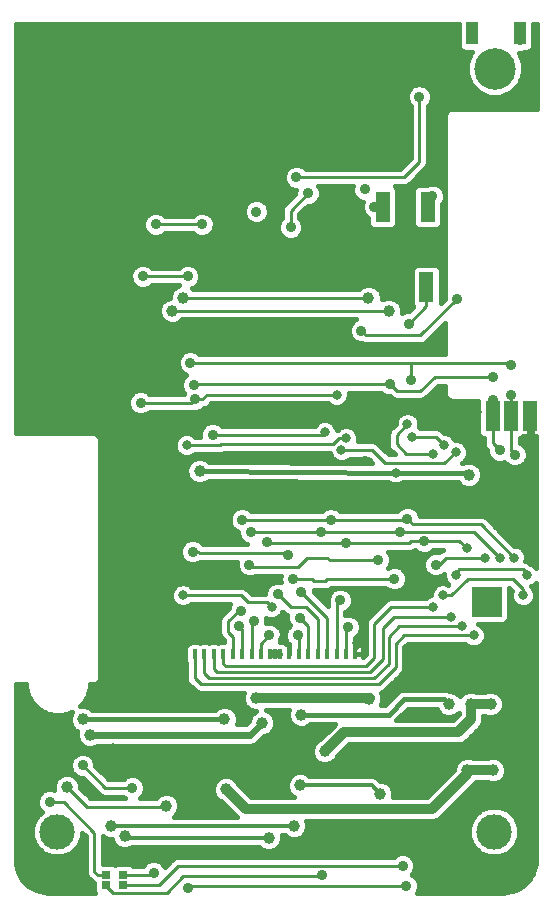
<source format=gbl>
G75*
G70*
%OFA0B0*%
%FSLAX24Y24*%
%IPPOS*%
%LPD*%
%AMOC8*
5,1,8,0,0,1.08239X$1,22.5*
%
%ADD10R,0.0400X0.0780*%
%ADD11R,0.0500X0.1000*%
%ADD12R,0.0413X0.0413*%
%ADD13R,0.0984X0.0984*%
%ADD14R,0.0315X0.0256*%
%ADD15R,0.0160X0.0320*%
%ADD16C,0.0396*%
%ADD17C,0.0240*%
%ADD18C,0.0357*%
%ADD19C,0.0100*%
%ADD20C,0.0320*%
%ADD21C,0.0160*%
%ADD22C,0.0120*%
%ADD23C,0.0317*%
%ADD24C,0.1181*%
%ADD25C,0.1384*%
D10*
X029042Y036602D03*
X030617Y036602D03*
D11*
X027546Y030815D03*
X026050Y030815D03*
X027507Y028138D03*
X029711Y023846D03*
X030341Y023846D03*
X030971Y023846D03*
D12*
X029721Y017833D03*
X029308Y017833D03*
X029308Y017419D03*
X029721Y017419D03*
D13*
X029514Y017626D03*
D14*
X017408Y008541D03*
X017408Y008207D03*
X016818Y008207D03*
X016818Y008541D03*
D15*
X019790Y015894D03*
X020105Y015894D03*
X020420Y015894D03*
X020735Y015894D03*
X021050Y015894D03*
X021365Y015894D03*
X021680Y015894D03*
X021995Y015894D03*
X022310Y015894D03*
X022625Y015894D03*
X022940Y015894D03*
X023255Y015894D03*
X023570Y015894D03*
X023885Y015894D03*
X024199Y015894D03*
X024514Y015894D03*
X024829Y015894D03*
X025144Y015894D03*
D16*
X025223Y016287D03*
X025597Y014417D03*
X025656Y012783D03*
X026089Y012783D03*
X027113Y013886D03*
X027546Y013886D03*
X028255Y014240D03*
X028176Y014988D03*
X028987Y014240D03*
X029656Y014240D03*
X029644Y013531D03*
X029647Y012823D03*
X029003Y012823D03*
X028869Y012035D03*
X029736Y012035D03*
X029908Y011091D03*
X029121Y011091D03*
X028412Y010382D03*
X025970Y011246D03*
X025144Y009437D03*
X024003Y009437D03*
X023097Y010185D03*
X022251Y009780D03*
X023294Y011524D03*
X023412Y012508D03*
X024121Y012665D03*
X023766Y013217D03*
X023333Y013886D03*
X022703Y013886D03*
X022034Y013610D03*
X022703Y013138D03*
X021837Y014437D03*
X020774Y013728D03*
X020499Y014358D03*
X019829Y014358D03*
X018375Y014418D03*
X017055Y012733D03*
X016286Y013217D03*
X016050Y013728D03*
X015527Y011478D03*
X016995Y010185D03*
X017448Y009840D03*
X017034Y009240D03*
X018839Y010848D03*
X019790Y010657D03*
X020826Y011403D03*
X020341Y012311D03*
X018688Y012390D03*
X020262Y009280D03*
X014081Y010146D03*
X014081Y010618D03*
X017310Y016327D03*
X017270Y018689D03*
X017270Y021051D03*
X017270Y022272D03*
X019948Y021996D03*
X023476Y020960D03*
X024750Y020938D03*
X025499Y024201D03*
X027979Y023965D03*
X029160Y023965D03*
X028924Y021878D03*
X030341Y021248D03*
X030932Y020264D03*
X029783Y016114D03*
X021759Y018059D03*
X014357Y024083D03*
X014199Y027272D03*
X019042Y027350D03*
X019396Y027783D03*
X022419Y028431D03*
X022958Y026849D03*
X022407Y026131D03*
X024506Y026935D03*
X025577Y027783D03*
X026247Y027350D03*
X025608Y029140D03*
X022113Y031548D03*
X021798Y033059D03*
X019703Y032211D03*
X017388Y033689D03*
X017388Y034752D03*
X017428Y036012D03*
X016050Y036012D03*
X016050Y034791D03*
X016050Y033689D03*
X019239Y034752D03*
X019239Y036012D03*
X020892Y036720D03*
X022152Y036602D03*
X022900Y036130D03*
X022743Y035343D03*
X021719Y035343D03*
X023727Y035343D03*
X023727Y036130D03*
X026247Y036406D03*
X026640Y035224D03*
D17*
X022034Y013610D02*
X021640Y013217D01*
X016286Y013217D01*
D18*
X016050Y012193D03*
X014948Y010972D03*
X017703Y011445D03*
X018412Y008610D03*
X019554Y008098D03*
X024042Y008531D03*
X026719Y008846D03*
X026837Y008177D03*
X022467Y015894D03*
X022743Y016366D03*
X023215Y016524D03*
X023294Y017114D03*
X023333Y017980D03*
X023058Y018413D03*
X022546Y017902D03*
X021759Y016996D03*
X021247Y016839D03*
X021325Y017350D03*
X022270Y016524D03*
X021601Y018886D03*
X022192Y019634D03*
X021660Y019969D03*
X021365Y020382D03*
X022900Y019201D03*
X024003Y019988D03*
X024318Y020382D03*
X024829Y019594D03*
X025892Y019043D03*
X026444Y018413D03*
X027822Y018886D03*
X027428Y019673D03*
X026877Y020421D03*
X026640Y019988D03*
X024633Y017705D03*
X024908Y016799D03*
X019711Y019319D03*
X020381Y023217D03*
X019790Y024398D03*
X019751Y024870D03*
X019633Y025618D03*
X018018Y026484D03*
X018058Y028492D03*
X019554Y028492D03*
X020026Y030224D03*
X018491Y030224D03*
X021837Y030657D03*
X022983Y030139D03*
X023562Y031265D03*
X023176Y031799D03*
X025459Y031406D03*
X025774Y030815D03*
X027703Y031169D03*
X027270Y034476D03*
X029042Y036602D03*
X030617Y036366D03*
X028530Y027744D03*
X026916Y026917D03*
X025341Y026681D03*
X026286Y024909D03*
X026995Y025028D03*
X029711Y025146D03*
X030341Y025539D03*
X030341Y024555D03*
X029711Y024358D03*
X029948Y022705D03*
X030459Y022547D03*
X023255Y022508D03*
X017979Y024280D03*
D19*
X019672Y024280D01*
X019790Y024398D01*
X020026Y024398D01*
X020184Y024555D01*
X024514Y024555D01*
X024121Y023295D02*
X024042Y023217D01*
X020381Y023217D01*
X020656Y022902D02*
X020617Y022862D01*
X019514Y022862D01*
X020656Y022902D02*
X024396Y022902D01*
X024593Y023098D01*
X024829Y023098D01*
X024672Y022705D02*
X025696Y022705D01*
X026129Y022272D01*
X028097Y022272D01*
X028491Y022626D01*
X028097Y022862D02*
X027822Y023138D01*
X027034Y023138D01*
X026877Y023571D02*
X026522Y023217D01*
X026522Y022902D01*
X026837Y022587D01*
X027743Y022587D01*
X028491Y021957D02*
X028530Y021957D01*
X029711Y022941D02*
X029948Y022705D01*
X029711Y022941D02*
X029711Y023846D01*
X029711Y024358D01*
X030341Y024555D02*
X030341Y023846D01*
X030341Y022665D01*
X030459Y022547D01*
X030420Y022508D01*
X029318Y020224D02*
X030420Y019122D01*
X029948Y019122D02*
X029081Y019988D01*
X026640Y019988D01*
X024003Y019988D01*
X024160Y019988D01*
X024003Y019988D02*
X021680Y019988D01*
X021660Y019969D01*
X021365Y020382D02*
X024318Y020382D01*
X026837Y020382D01*
X026877Y020421D01*
X027073Y020224D01*
X029318Y020224D01*
X028609Y019673D02*
X028845Y019437D01*
X028609Y019673D02*
X027428Y019673D01*
X026995Y019673D01*
X026916Y019594D01*
X024829Y019594D01*
X022231Y019594D01*
X022192Y019634D01*
X022822Y019280D02*
X019948Y019280D01*
X019908Y019319D01*
X019711Y019319D01*
X019396Y017862D02*
X021325Y017862D01*
X021562Y017626D01*
X022192Y017626D01*
X022349Y017469D01*
X022546Y017902D02*
X022979Y017469D01*
X023491Y017469D01*
X023885Y017075D01*
X023885Y015894D01*
X024199Y015894D02*
X024199Y017114D01*
X023333Y017980D01*
X023058Y018413D02*
X023688Y018413D01*
X023766Y018335D01*
X024121Y018335D01*
X024199Y018413D01*
X026444Y018413D01*
X025892Y019043D02*
X024278Y019043D01*
X024199Y019122D01*
X023530Y019122D01*
X023215Y018807D01*
X021680Y018807D01*
X021601Y018886D01*
X022822Y019280D02*
X022900Y019201D01*
X024514Y017587D02*
X024633Y017705D01*
X024514Y017587D02*
X024514Y015894D01*
X024829Y015894D02*
X024829Y016720D01*
X024908Y016799D01*
X025774Y016917D02*
X025774Y015776D01*
X025499Y015500D01*
X020814Y015500D01*
X020735Y015579D01*
X020735Y015894D01*
X021050Y015894D02*
X021050Y016484D01*
X020892Y016642D01*
X020892Y016996D01*
X021247Y017350D01*
X021325Y017350D01*
X021247Y016839D02*
X021365Y016720D01*
X021365Y015894D01*
X021680Y015894D02*
X021680Y016917D01*
X021759Y016996D01*
X022270Y016524D02*
X021995Y016248D01*
X021995Y015894D01*
X023215Y016524D02*
X023255Y016445D01*
X023255Y015894D01*
X023570Y015894D02*
X023570Y016839D01*
X023294Y017114D01*
X025774Y016917D02*
X026325Y017469D01*
X027743Y017469D01*
X028058Y017862D02*
X028333Y017862D01*
X028885Y018413D01*
X030381Y018413D01*
X030735Y018059D01*
X030735Y017862D01*
X030735Y017980D01*
X030853Y018531D02*
X030853Y018610D01*
X030735Y018728D01*
X028609Y018728D01*
X028491Y018610D01*
X028491Y018531D01*
X027940Y018886D02*
X028176Y019122D01*
X029475Y019122D01*
X027940Y018886D02*
X027822Y018886D01*
X026916Y020382D02*
X026877Y020421D01*
X025499Y022350D02*
X025381Y022469D01*
X026522Y024673D02*
X027310Y024673D01*
X027782Y025146D01*
X029711Y025146D01*
X030262Y025618D02*
X030341Y025539D01*
X030262Y025618D02*
X026995Y025618D01*
X026995Y025028D01*
X026995Y025618D02*
X019633Y025618D01*
X019790Y024909D02*
X019751Y024870D01*
X019790Y024909D02*
X026286Y024909D01*
X026522Y024673D01*
X027310Y026524D02*
X025499Y026524D01*
X025341Y026681D01*
X026247Y027350D02*
X019042Y027350D01*
X019396Y027783D02*
X025577Y027783D01*
X026916Y026917D02*
X027507Y027508D01*
X027507Y028138D01*
X028530Y027744D02*
X027310Y026524D01*
X027546Y030815D02*
X027703Y031169D01*
X026759Y031799D02*
X027270Y032311D01*
X027270Y034476D01*
X029042Y036406D02*
X029042Y036602D01*
X029042Y036602D01*
X030617Y036602D02*
X030617Y036366D01*
X026759Y031799D02*
X023176Y031799D01*
X023562Y031265D02*
X022983Y030686D01*
X022983Y030139D01*
X025774Y030815D02*
X026050Y030815D01*
X020026Y030224D02*
X018491Y030224D01*
X018058Y028492D02*
X019554Y028492D01*
X020026Y024398D02*
X020066Y024398D01*
X026444Y017154D02*
X026050Y016760D01*
X026050Y015736D01*
X025617Y015303D01*
X020538Y015303D01*
X020420Y015421D01*
X020420Y015894D01*
X020105Y015894D02*
X020105Y015264D01*
X020262Y015106D01*
X025774Y015106D01*
X026247Y015579D01*
X026247Y016484D01*
X026601Y016839D01*
X028688Y016839D01*
X028333Y017154D02*
X026444Y017154D01*
X026759Y016524D02*
X026483Y016248D01*
X026483Y015461D01*
X025932Y014909D01*
X019987Y014909D01*
X019790Y015106D01*
X019790Y015894D01*
X017703Y011445D02*
X016798Y011445D01*
X016050Y012193D01*
X015527Y011478D02*
X016196Y010808D01*
X018800Y010808D01*
X019239Y008846D02*
X018609Y008217D01*
X017408Y008207D01*
X017408Y008541D02*
X018343Y008541D01*
X018412Y008610D01*
X018845Y007941D02*
X017073Y007941D01*
X016798Y008217D01*
X016818Y008207D01*
X016808Y008531D02*
X016818Y008541D01*
X016808Y008531D02*
X016562Y008531D01*
X016444Y008650D01*
X016444Y009949D01*
X015420Y010972D01*
X014948Y010972D01*
X018845Y007941D02*
X019396Y008492D01*
X024003Y008492D01*
X024042Y008531D01*
X026719Y008846D02*
X019239Y008846D01*
X019633Y008177D02*
X019554Y008098D01*
X019633Y008177D02*
X026837Y008177D01*
X026759Y016524D02*
X029081Y016524D01*
D20*
X028987Y014240D02*
X028987Y013728D01*
X028554Y013295D01*
X024751Y013295D01*
X024121Y012665D01*
X025597Y014417D02*
X025617Y014437D01*
X021837Y014437D01*
X020826Y011403D02*
X021492Y010736D01*
X027688Y010736D01*
X028869Y011917D01*
X028869Y012035D01*
X029736Y012035D01*
X029656Y014240D02*
X028987Y014240D01*
D21*
X014040Y008377D02*
X013897Y008624D01*
X013823Y008900D01*
X013813Y009043D01*
X013813Y014906D01*
X014153Y014906D01*
X014153Y014808D01*
X014226Y014536D01*
X014366Y014291D01*
X014566Y014092D01*
X014810Y013951D01*
X015082Y013878D01*
X015364Y013878D01*
X015636Y013951D01*
X015678Y013975D01*
X015612Y013815D01*
X015612Y013641D01*
X015678Y013480D01*
X015802Y013357D01*
X015860Y013333D01*
X015848Y013304D01*
X015848Y013129D01*
X015915Y012968D01*
X016038Y012845D01*
X016199Y012778D01*
X016373Y012778D01*
X016534Y012845D01*
X016546Y012857D01*
X021712Y012857D01*
X021844Y012911D01*
X022105Y013172D01*
X022121Y013172D01*
X022282Y013239D01*
X022406Y013362D01*
X022472Y013523D01*
X022472Y013697D01*
X022406Y013858D01*
X022282Y013982D01*
X022149Y014037D01*
X022922Y014037D01*
X022895Y013973D01*
X022895Y013799D01*
X022962Y013638D01*
X023085Y013514D01*
X023246Y013448D01*
X023420Y013448D01*
X023582Y013514D01*
X023633Y013566D01*
X024456Y013566D01*
X024412Y013522D01*
X023965Y013075D01*
X023873Y013037D01*
X023749Y012914D01*
X023683Y012753D01*
X023683Y012578D01*
X023749Y012417D01*
X023873Y012294D01*
X024034Y012227D01*
X024208Y012227D01*
X024369Y012294D01*
X024492Y012417D01*
X024530Y012509D01*
X024916Y012895D01*
X028633Y012895D01*
X028780Y012956D01*
X029214Y013389D01*
X029326Y013502D01*
X029387Y013649D01*
X029387Y013840D01*
X029477Y013840D01*
X029569Y013802D01*
X029743Y013802D01*
X029904Y013869D01*
X030028Y013992D01*
X030094Y014153D01*
X030094Y014327D01*
X030028Y014488D01*
X029904Y014612D01*
X029743Y014678D01*
X029569Y014678D01*
X029477Y014640D01*
X029166Y014640D01*
X029074Y014678D01*
X028900Y014678D01*
X028739Y014612D01*
X028621Y014494D01*
X028503Y014612D01*
X028342Y014678D01*
X028256Y014678D01*
X028161Y014718D01*
X026695Y014718D01*
X026577Y014669D01*
X026487Y014579D01*
X026114Y014206D01*
X025984Y014206D01*
X026035Y014330D01*
X026035Y014504D01*
X025988Y014619D01*
X025989Y014619D01*
X026096Y014664D01*
X026647Y015215D01*
X026729Y015296D01*
X026773Y015403D01*
X026773Y016128D01*
X026879Y016234D01*
X028807Y016234D01*
X028855Y016186D01*
X026831Y016186D01*
X026773Y016028D02*
X031160Y016028D01*
X031160Y016186D02*
X029308Y016186D01*
X029307Y016186D02*
X029419Y016298D01*
X029480Y016444D01*
X029480Y016603D01*
X029419Y016749D01*
X029307Y016862D01*
X029229Y016894D01*
X030054Y016894D01*
X030143Y016930D01*
X030210Y016998D01*
X030247Y017086D01*
X030247Y018123D01*
X030260Y018123D01*
X030367Y018017D01*
X030336Y017942D01*
X030336Y017783D01*
X030397Y017636D01*
X030509Y017524D01*
X030656Y017463D01*
X030814Y017463D01*
X030961Y017524D01*
X031073Y017636D01*
X031134Y017783D01*
X031134Y017942D01*
X031073Y018088D01*
X031160Y018088D01*
X031073Y018088D02*
X031011Y018150D01*
X031006Y018163D01*
X031079Y018193D01*
X031160Y018275D01*
X031160Y009043D01*
X031151Y008900D01*
X031077Y008624D01*
X030934Y008377D01*
X030732Y008175D01*
X030485Y008032D01*
X030209Y007958D01*
X030066Y007949D01*
X027195Y007949D01*
X027256Y008094D01*
X027256Y008260D01*
X027192Y008414D01*
X027074Y008532D01*
X027019Y008555D01*
X027074Y008609D01*
X027138Y008763D01*
X027138Y008930D01*
X027074Y009083D01*
X026956Y009201D01*
X026802Y009265D01*
X026636Y009265D01*
X026482Y009201D01*
X026417Y009136D01*
X019181Y009136D01*
X019075Y009092D01*
X018785Y008803D01*
X018767Y008847D01*
X018649Y008965D01*
X018495Y009029D01*
X018329Y009029D01*
X018175Y008965D01*
X018057Y008847D01*
X018051Y008831D01*
X017743Y008831D01*
X017702Y008873D01*
X017613Y008909D01*
X017203Y008909D01*
X017115Y008873D01*
X017113Y008871D01*
X017111Y008873D01*
X017023Y008909D01*
X016734Y008909D01*
X016734Y009827D01*
X016747Y009814D01*
X016908Y009747D01*
X017013Y009747D01*
X017077Y009592D01*
X017200Y009469D01*
X017361Y009402D01*
X017536Y009402D01*
X017697Y009469D01*
X017708Y009480D01*
X021931Y009480D01*
X022003Y009409D01*
X022164Y009342D01*
X022338Y009342D01*
X022499Y009409D01*
X022622Y009532D01*
X022689Y009693D01*
X022689Y009867D01*
X022682Y009885D01*
X022778Y009885D01*
X022849Y009814D01*
X023010Y009747D01*
X023184Y009747D01*
X023345Y009814D01*
X023469Y009937D01*
X023535Y010098D01*
X023535Y010272D01*
X023509Y010336D01*
X027768Y010336D01*
X027915Y010397D01*
X029096Y011578D01*
X029153Y011635D01*
X029556Y011635D01*
X029648Y011597D01*
X029823Y011597D01*
X029984Y011664D01*
X030107Y011787D01*
X030174Y011948D01*
X030174Y012123D01*
X030107Y012284D01*
X029984Y012407D01*
X029823Y012474D01*
X029648Y012474D01*
X029556Y012435D01*
X029049Y012435D01*
X028957Y012474D01*
X028782Y012474D01*
X028621Y012407D01*
X028498Y012284D01*
X028431Y012123D01*
X028431Y012045D01*
X027523Y011136D01*
X026399Y011136D01*
X026408Y011159D01*
X026408Y011333D01*
X026341Y011494D01*
X026218Y011618D01*
X026057Y011684D01*
X025956Y011684D01*
X025857Y011783D01*
X025747Y011829D01*
X023608Y011829D01*
X023542Y011895D01*
X023381Y011962D01*
X023207Y011962D01*
X023046Y011895D01*
X022923Y011772D01*
X022856Y011611D01*
X022856Y011436D01*
X022923Y011275D01*
X023046Y011152D01*
X023084Y011136D01*
X021658Y011136D01*
X021235Y011559D01*
X021197Y011651D01*
X021074Y011774D01*
X020913Y011841D01*
X020738Y011841D01*
X020577Y011774D01*
X020454Y011651D01*
X020387Y011490D01*
X020387Y011316D01*
X020454Y011155D01*
X020577Y011032D01*
X020669Y010994D01*
X021153Y010510D01*
X021178Y010485D01*
X019096Y010485D01*
X019210Y010600D01*
X019277Y010761D01*
X019277Y010935D01*
X019210Y011096D01*
X019087Y011219D01*
X018926Y011286D01*
X018752Y011286D01*
X018591Y011219D01*
X018470Y011098D01*
X017949Y011098D01*
X018058Y011208D01*
X018122Y011362D01*
X018122Y011528D01*
X018058Y011682D01*
X017940Y011800D01*
X017787Y011863D01*
X017620Y011863D01*
X017466Y011800D01*
X017402Y011735D01*
X016918Y011735D01*
X016468Y012185D01*
X016468Y012276D01*
X016405Y012430D01*
X016287Y012548D01*
X016133Y012611D01*
X015967Y012611D01*
X015813Y012548D01*
X015695Y012430D01*
X015631Y012276D01*
X015631Y012110D01*
X015695Y011956D01*
X015813Y011838D01*
X015967Y011774D01*
X016058Y011774D01*
X016634Y011199D01*
X016740Y011155D01*
X017402Y011155D01*
X017458Y011098D01*
X016316Y011098D01*
X015965Y011450D01*
X015965Y011565D01*
X015898Y011726D01*
X015775Y011849D01*
X015614Y011916D01*
X015440Y011916D01*
X015279Y011849D01*
X015155Y011726D01*
X015089Y011565D01*
X015089Y011391D01*
X015100Y011362D01*
X015031Y011391D01*
X014864Y011391D01*
X014710Y011327D01*
X014593Y011209D01*
X014529Y011056D01*
X014529Y010889D01*
X014593Y010735D01*
X014684Y010644D01*
X014499Y010459D01*
X014373Y010153D01*
X014373Y009823D01*
X014499Y009518D01*
X014733Y009284D01*
X015038Y009158D01*
X015369Y009158D01*
X015674Y009284D01*
X015908Y009518D01*
X016034Y009823D01*
X016034Y009948D01*
X016154Y009829D01*
X016154Y008592D01*
X016198Y008485D01*
X016316Y008367D01*
X016397Y008286D01*
X016420Y008276D01*
X016420Y008031D01*
X016454Y007949D01*
X014908Y007949D01*
X014765Y007958D01*
X014489Y008032D01*
X014242Y008175D01*
X014040Y008377D01*
X014015Y008420D02*
X016264Y008420D01*
X016159Y008578D02*
X013923Y008578D01*
X013867Y008737D02*
X016154Y008737D01*
X016154Y008895D02*
X013824Y008895D01*
X013813Y009054D02*
X016154Y009054D01*
X016154Y009212D02*
X015500Y009212D01*
X015760Y009371D02*
X016154Y009371D01*
X016154Y009529D02*
X015912Y009529D01*
X015978Y009688D02*
X016154Y009688D01*
X016136Y009846D02*
X016034Y009846D01*
X016734Y009688D02*
X017037Y009688D01*
X017140Y009529D02*
X016734Y009529D01*
X016734Y009371D02*
X022095Y009371D01*
X022407Y009371D02*
X029213Y009371D01*
X029300Y009284D02*
X029066Y009518D01*
X028940Y009823D01*
X028940Y010153D01*
X029066Y010459D01*
X029300Y010692D01*
X029605Y010819D01*
X029936Y010819D01*
X030241Y010692D01*
X030474Y010459D01*
X030601Y010153D01*
X030601Y009823D01*
X030474Y009518D01*
X030241Y009284D01*
X029936Y009158D01*
X029605Y009158D01*
X029300Y009284D01*
X029474Y009212D02*
X026930Y009212D01*
X027086Y009054D02*
X031160Y009054D01*
X031160Y009212D02*
X030067Y009212D01*
X030327Y009371D02*
X031160Y009371D01*
X031160Y009529D02*
X030479Y009529D01*
X030545Y009688D02*
X031160Y009688D01*
X031160Y009846D02*
X030601Y009846D01*
X030601Y010005D02*
X031160Y010005D01*
X031160Y010163D02*
X030597Y010163D01*
X030531Y010322D02*
X031160Y010322D01*
X031160Y010480D02*
X030453Y010480D01*
X030295Y010639D02*
X031160Y010639D01*
X031160Y010797D02*
X029988Y010797D01*
X029553Y010797D02*
X028315Y010797D01*
X028473Y010956D02*
X031160Y010956D01*
X031160Y011114D02*
X028632Y011114D01*
X028790Y011273D02*
X031160Y011273D01*
X031160Y011431D02*
X028949Y011431D01*
X029107Y011590D02*
X031160Y011590D01*
X031160Y011748D02*
X030068Y011748D01*
X030156Y011907D02*
X031160Y011907D01*
X031160Y012065D02*
X030174Y012065D01*
X030132Y012224D02*
X031160Y012224D01*
X031160Y012382D02*
X030009Y012382D01*
X029157Y013333D02*
X031160Y013333D01*
X031160Y013175D02*
X028999Y013175D01*
X028840Y013016D02*
X031160Y013016D01*
X031160Y012858D02*
X024879Y012858D01*
X024720Y012699D02*
X031160Y012699D01*
X031160Y012541D02*
X024562Y012541D01*
X024457Y012382D02*
X028596Y012382D01*
X028473Y012224D02*
X016468Y012224D01*
X016424Y012382D02*
X023784Y012382D01*
X023698Y012541D02*
X016294Y012541D01*
X016026Y012858D02*
X013813Y012858D01*
X013813Y013016D02*
X015895Y013016D01*
X015848Y013175D02*
X013813Y013175D01*
X013813Y013333D02*
X015859Y013333D01*
X015674Y013492D02*
X013813Y013492D01*
X013813Y013650D02*
X015612Y013650D01*
X015612Y013809D02*
X013813Y013809D01*
X013813Y013967D02*
X014783Y013967D01*
X014532Y014126D02*
X013813Y014126D01*
X013813Y014284D02*
X014374Y014284D01*
X014279Y014443D02*
X013813Y014443D01*
X013813Y014601D02*
X014208Y014601D01*
X014166Y014760D02*
X013813Y014760D01*
X015664Y013967D02*
X015675Y013967D01*
X015949Y014161D02*
X016080Y014291D01*
X016221Y014536D01*
X016294Y014808D01*
X016294Y014906D01*
X016452Y014906D01*
X016540Y014942D01*
X016608Y015010D01*
X016644Y015098D01*
X016644Y023067D01*
X016608Y023156D01*
X016540Y023223D01*
X016452Y023260D01*
X013813Y023260D01*
X013813Y036914D01*
X028602Y036914D01*
X028602Y036165D01*
X028638Y036076D01*
X028706Y036009D01*
X028794Y035972D01*
X029023Y035972D01*
X029000Y035949D01*
X028858Y035607D01*
X028858Y035236D01*
X029000Y034893D01*
X029262Y034631D01*
X029605Y034489D01*
X029975Y034489D01*
X030318Y034631D01*
X030580Y034893D01*
X030722Y035236D01*
X030722Y035607D01*
X030581Y035948D01*
X030700Y035948D01*
X030760Y035972D01*
X030865Y035972D01*
X030953Y036009D01*
X031020Y036076D01*
X031057Y036165D01*
X031057Y036914D01*
X031191Y036914D01*
X031184Y034086D01*
X028325Y034086D01*
X028237Y034050D01*
X028169Y033982D01*
X028133Y033894D01*
X028133Y027878D01*
X028112Y027827D01*
X028112Y027736D01*
X027997Y027621D01*
X027997Y028686D01*
X027960Y028774D01*
X027893Y028841D01*
X027804Y028878D01*
X027209Y028878D01*
X027121Y028841D01*
X027053Y028774D01*
X027017Y028686D01*
X027017Y027590D01*
X027053Y027502D01*
X027072Y027483D01*
X026924Y027336D01*
X026833Y027336D01*
X026685Y027274D01*
X026685Y027438D01*
X026618Y027599D01*
X026495Y027722D01*
X026334Y027789D01*
X026160Y027789D01*
X026016Y027729D01*
X026016Y027871D01*
X025949Y028032D01*
X025826Y028155D01*
X025665Y028222D01*
X025490Y028222D01*
X025329Y028155D01*
X025248Y028073D01*
X019726Y028073D01*
X019700Y028100D01*
X019791Y028137D01*
X019909Y028255D01*
X019972Y028409D01*
X019972Y028575D01*
X019909Y028729D01*
X019791Y028847D01*
X019637Y028911D01*
X019471Y028911D01*
X019317Y028847D01*
X019252Y028782D01*
X018359Y028782D01*
X018295Y028847D01*
X018141Y028911D01*
X017975Y028911D01*
X017821Y028847D01*
X017703Y028729D01*
X017639Y028575D01*
X017639Y028409D01*
X017703Y028255D01*
X017821Y028137D01*
X017975Y028074D01*
X018141Y028074D01*
X018295Y028137D01*
X018359Y028202D01*
X019252Y028202D01*
X019255Y028199D01*
X019148Y028155D01*
X019025Y028032D01*
X018958Y027871D01*
X018958Y027789D01*
X018955Y027789D01*
X018794Y027722D01*
X018671Y027599D01*
X018604Y027438D01*
X018604Y027263D01*
X018671Y027102D01*
X018794Y026979D01*
X018955Y026912D01*
X019129Y026912D01*
X019290Y026979D01*
X019372Y027060D01*
X025164Y027060D01*
X025104Y027036D01*
X024986Y026918D01*
X024923Y026764D01*
X024923Y026598D01*
X024986Y026444D01*
X025104Y026326D01*
X025258Y026263D01*
X025371Y026263D01*
X025441Y026234D01*
X027367Y026234D01*
X027474Y026278D01*
X027556Y026359D01*
X028133Y026936D01*
X028133Y025908D01*
X019934Y025908D01*
X019870Y025973D01*
X019716Y026037D01*
X019549Y026037D01*
X019396Y025973D01*
X019278Y025855D01*
X019214Y025701D01*
X019214Y025535D01*
X019278Y025381D01*
X019396Y025263D01*
X019506Y025217D01*
X019396Y025107D01*
X019332Y024953D01*
X019332Y024787D01*
X019396Y024633D01*
X019423Y024606D01*
X019408Y024570D01*
X018281Y024570D01*
X018216Y024634D01*
X018062Y024698D01*
X017896Y024698D01*
X017742Y024634D01*
X017624Y024517D01*
X017561Y024363D01*
X017561Y024196D01*
X017624Y024043D01*
X017742Y023925D01*
X017896Y023861D01*
X018062Y023861D01*
X018216Y023925D01*
X018281Y023990D01*
X019682Y023990D01*
X019707Y023979D01*
X019873Y023979D01*
X020027Y024043D01*
X020092Y024108D01*
X020123Y024108D01*
X020230Y024152D01*
X020311Y024233D01*
X020325Y024265D01*
X024241Y024265D01*
X024289Y024217D01*
X024435Y024156D01*
X024594Y024156D01*
X024740Y024217D01*
X024852Y024329D01*
X024913Y024476D01*
X024913Y024619D01*
X025984Y024619D01*
X026049Y024555D01*
X026203Y024491D01*
X026294Y024491D01*
X026358Y024427D01*
X026465Y024383D01*
X027367Y024383D01*
X027474Y024427D01*
X027556Y024509D01*
X027902Y024856D01*
X028133Y024856D01*
X028133Y024547D01*
X028169Y024459D01*
X028237Y024391D01*
X028325Y024354D01*
X029221Y024354D01*
X029221Y023299D01*
X029258Y023211D01*
X029325Y023143D01*
X029414Y023106D01*
X029421Y023106D01*
X029421Y022883D01*
X029465Y022777D01*
X029529Y022713D01*
X029529Y022621D01*
X029593Y022468D01*
X029710Y022350D01*
X029864Y022286D01*
X030031Y022286D01*
X030102Y022316D01*
X030105Y022310D01*
X030222Y022193D01*
X030376Y022129D01*
X030543Y022129D01*
X030696Y022193D01*
X030814Y022310D01*
X030878Y022464D01*
X030878Y022630D01*
X030814Y022784D01*
X030696Y022902D01*
X030631Y022929D01*
X030631Y023106D01*
X030639Y023106D01*
X030727Y023143D01*
X030751Y023166D01*
X030926Y023166D01*
X030926Y023801D01*
X031016Y023801D01*
X031016Y023166D01*
X031160Y023166D01*
X031160Y018788D01*
X031079Y018870D01*
X030951Y018923D01*
X030899Y018974D01*
X030806Y019013D01*
X030819Y019043D01*
X030819Y019201D01*
X030758Y019348D01*
X030646Y019460D01*
X030499Y019521D01*
X030431Y019521D01*
X029482Y020470D01*
X029375Y020514D01*
X027291Y020514D01*
X027231Y020658D01*
X027114Y020776D01*
X026960Y020840D01*
X026793Y020840D01*
X026640Y020776D01*
X026536Y020672D01*
X024619Y020672D01*
X024555Y020737D01*
X024401Y020800D01*
X024234Y020800D01*
X024081Y020737D01*
X024016Y020672D01*
X021667Y020672D01*
X021602Y020737D01*
X021448Y020800D01*
X021282Y020800D01*
X021128Y020737D01*
X021010Y020619D01*
X020946Y020465D01*
X020946Y020299D01*
X021010Y020145D01*
X021128Y020027D01*
X021242Y019980D01*
X021242Y019885D01*
X021305Y019731D01*
X021423Y019614D01*
X021530Y019570D01*
X020061Y019570D01*
X020046Y019576D01*
X019948Y019674D01*
X019795Y019737D01*
X019628Y019737D01*
X019474Y019674D01*
X019357Y019556D01*
X019293Y019402D01*
X019293Y019236D01*
X019357Y019082D01*
X019474Y018964D01*
X019628Y018900D01*
X019795Y018900D01*
X019948Y018964D01*
X019974Y018990D01*
X021191Y018990D01*
X021183Y018969D01*
X021183Y018803D01*
X021246Y018649D01*
X021364Y018531D01*
X021518Y018467D01*
X021684Y018467D01*
X021804Y018517D01*
X022648Y018517D01*
X022639Y018497D01*
X022639Y018330D01*
X022646Y018313D01*
X022629Y018320D01*
X022463Y018320D01*
X022309Y018256D01*
X022191Y018139D01*
X022128Y017985D01*
X022128Y017916D01*
X021682Y017916D01*
X021490Y018108D01*
X021383Y018152D01*
X019670Y018152D01*
X019622Y018200D01*
X019476Y018261D01*
X019317Y018261D01*
X019170Y018200D01*
X019058Y018088D01*
X016644Y018088D01*
X016644Y017930D02*
X018998Y017930D01*
X018998Y017942D02*
X018998Y017783D01*
X019058Y017636D01*
X019170Y017524D01*
X019317Y017463D01*
X019476Y017463D01*
X019622Y017524D01*
X019670Y017572D01*
X020964Y017572D01*
X020907Y017434D01*
X020907Y017421D01*
X020647Y017160D01*
X020602Y017054D01*
X020602Y016584D01*
X020647Y016477D01*
X020728Y016396D01*
X020760Y016364D01*
X020760Y016294D01*
X020607Y016294D01*
X020577Y016281D01*
X020548Y016294D01*
X020292Y016294D01*
X020262Y016281D01*
X020233Y016294D01*
X019977Y016294D01*
X019948Y016281D01*
X019918Y016294D01*
X019662Y016294D01*
X019574Y016257D01*
X019507Y016190D01*
X019470Y016101D01*
X019470Y015686D01*
X019500Y015614D01*
X019500Y015049D01*
X019544Y014942D01*
X019823Y014664D01*
X019929Y014619D01*
X021439Y014619D01*
X021399Y014524D01*
X021399Y014350D01*
X021466Y014189D01*
X021589Y014066D01*
X021750Y013999D01*
X021828Y013999D01*
X021786Y013982D01*
X021663Y013858D01*
X021596Y013697D01*
X021596Y013681D01*
X021491Y013577D01*
X021186Y013577D01*
X021212Y013641D01*
X021212Y013815D01*
X021146Y013977D01*
X021022Y014100D01*
X020861Y014166D01*
X020687Y014166D01*
X020526Y014100D01*
X020475Y014048D01*
X016349Y014048D01*
X016298Y014100D01*
X016137Y014166D01*
X015963Y014166D01*
X015949Y014161D01*
X016072Y014284D02*
X021426Y014284D01*
X021399Y014443D02*
X016167Y014443D01*
X016238Y014601D02*
X021431Y014601D01*
X021529Y014126D02*
X020960Y014126D01*
X021150Y013967D02*
X021771Y013967D01*
X021642Y013809D02*
X021212Y013809D01*
X021212Y013650D02*
X021565Y013650D01*
X022297Y013967D02*
X022895Y013967D01*
X022895Y013809D02*
X022426Y013809D01*
X022472Y013650D02*
X022957Y013650D01*
X023140Y013492D02*
X022459Y013492D01*
X022376Y013333D02*
X024223Y013333D01*
X024381Y013492D02*
X023526Y013492D01*
X023333Y013886D02*
X026247Y013886D01*
X026759Y014398D01*
X028097Y014398D01*
X028255Y014240D01*
X027848Y014078D02*
X027883Y013992D01*
X028006Y013869D01*
X028167Y013802D01*
X028342Y013802D01*
X028503Y013869D01*
X028587Y013953D01*
X028587Y013894D01*
X028388Y013695D01*
X026509Y013695D01*
X026891Y014078D01*
X027848Y014078D01*
X027908Y013967D02*
X026780Y013967D01*
X026622Y013809D02*
X028152Y013809D01*
X028357Y013809D02*
X028501Y013809D01*
X028513Y014601D02*
X028728Y014601D01*
X029387Y013809D02*
X029553Y013809D01*
X029759Y013809D02*
X031160Y013809D01*
X031160Y013967D02*
X030003Y013967D01*
X030083Y014126D02*
X031160Y014126D01*
X031160Y014284D02*
X030094Y014284D01*
X030047Y014443D02*
X031160Y014443D01*
X031160Y014601D02*
X029915Y014601D01*
X029387Y013650D02*
X031160Y013650D01*
X031160Y013492D02*
X029316Y013492D01*
X028431Y012065D02*
X016588Y012065D01*
X016746Y011907D02*
X023074Y011907D01*
X022913Y011748D02*
X021100Y011748D01*
X021223Y011590D02*
X022856Y011590D01*
X022858Y011431D02*
X021363Y011431D01*
X021522Y011273D02*
X022925Y011273D01*
X023514Y011907D02*
X028293Y011907D01*
X028134Y011748D02*
X025892Y011748D01*
X026246Y011590D02*
X027976Y011590D01*
X027817Y011431D02*
X026368Y011431D01*
X026408Y011273D02*
X027659Y011273D01*
X028156Y010639D02*
X029246Y010639D01*
X029088Y010480D02*
X027998Y010480D01*
X028944Y010163D02*
X023535Y010163D01*
X023515Y010322D02*
X029009Y010322D01*
X028940Y010005D02*
X023497Y010005D01*
X023378Y009846D02*
X028940Y009846D01*
X028996Y009688D02*
X022687Y009688D01*
X022689Y009846D02*
X022817Y009846D01*
X022619Y009529D02*
X029062Y009529D01*
X027138Y008895D02*
X031150Y008895D01*
X031107Y008737D02*
X027127Y008737D01*
X027042Y008578D02*
X031050Y008578D01*
X030959Y008420D02*
X027187Y008420D01*
X027255Y008261D02*
X030818Y008261D01*
X030934Y008377D02*
X030934Y008377D01*
X030607Y008103D02*
X027256Y008103D01*
X026508Y009212D02*
X016734Y009212D01*
X016734Y009054D02*
X019036Y009054D01*
X018877Y008895D02*
X018719Y008895D01*
X018105Y008895D02*
X017648Y008895D01*
X017168Y008895D02*
X017057Y008895D01*
X016420Y008261D02*
X014155Y008261D01*
X014367Y008103D02*
X016420Y008103D01*
X014907Y009212D02*
X013813Y009212D01*
X013813Y009371D02*
X014647Y009371D01*
X014495Y009529D02*
X013813Y009529D01*
X013813Y009688D02*
X014429Y009688D01*
X014373Y009846D02*
X013813Y009846D01*
X013813Y010005D02*
X014373Y010005D01*
X014377Y010163D02*
X013813Y010163D01*
X013813Y010322D02*
X014442Y010322D01*
X014521Y010480D02*
X013813Y010480D01*
X013813Y010639D02*
X014679Y010639D01*
X014567Y010797D02*
X013813Y010797D01*
X013813Y010956D02*
X014529Y010956D01*
X014553Y011114D02*
X013813Y011114D01*
X013813Y011273D02*
X014656Y011273D01*
X015089Y011431D02*
X013813Y011431D01*
X013813Y011590D02*
X015099Y011590D01*
X015177Y011748D02*
X013813Y011748D01*
X013813Y011907D02*
X015417Y011907D01*
X015636Y011907D02*
X015745Y011907D01*
X015650Y012065D02*
X013813Y012065D01*
X013813Y012224D02*
X015631Y012224D01*
X015675Y012382D02*
X013813Y012382D01*
X013813Y012541D02*
X015806Y012541D01*
X015876Y011748D02*
X016085Y011748D01*
X015955Y011590D02*
X016243Y011590D01*
X016402Y011431D02*
X015984Y011431D01*
X016142Y011273D02*
X016560Y011273D01*
X016301Y011114D02*
X017443Y011114D01*
X017964Y011114D02*
X018486Y011114D01*
X018720Y011273D02*
X018085Y011273D01*
X018122Y011431D02*
X020387Y011431D01*
X020405Y011273D02*
X018959Y011273D01*
X019192Y011114D02*
X020495Y011114D01*
X020707Y010956D02*
X019269Y010956D01*
X019277Y010797D02*
X020866Y010797D01*
X021024Y010639D02*
X019227Y010639D01*
X018096Y011590D02*
X020429Y011590D01*
X020551Y011748D02*
X017992Y011748D01*
X017415Y011748D02*
X016905Y011748D01*
X016050Y013728D02*
X020774Y013728D01*
X020588Y014126D02*
X016236Y014126D01*
X016281Y014760D02*
X019727Y014760D01*
X019568Y014918D02*
X016482Y014918D01*
X016635Y015077D02*
X019500Y015077D01*
X019500Y015235D02*
X016644Y015235D01*
X016644Y015394D02*
X019500Y015394D01*
X019500Y015552D02*
X016644Y015552D01*
X016644Y015711D02*
X019470Y015711D01*
X019470Y015869D02*
X016644Y015869D01*
X016644Y016028D02*
X019470Y016028D01*
X019505Y016186D02*
X016644Y016186D01*
X016644Y016345D02*
X020760Y016345D01*
X020636Y016503D02*
X016644Y016503D01*
X016644Y016662D02*
X020602Y016662D01*
X020602Y016820D02*
X016644Y016820D01*
X016644Y016979D02*
X020602Y016979D01*
X020637Y017137D02*
X016644Y017137D01*
X016644Y017296D02*
X020782Y017296D01*
X020915Y017454D02*
X016644Y017454D01*
X016644Y017613D02*
X019082Y017613D01*
X019003Y017771D02*
X016644Y017771D01*
X016644Y018247D02*
X019282Y018247D01*
X019510Y018247D02*
X022299Y018247D01*
X022170Y018088D02*
X021510Y018088D01*
X021668Y017930D02*
X022128Y017930D01*
X022639Y018405D02*
X016644Y018405D01*
X016644Y018564D02*
X021332Y018564D01*
X021216Y018722D02*
X016644Y018722D01*
X016644Y018881D02*
X021183Y018881D01*
X021364Y019673D02*
X019949Y019673D01*
X019474Y019673D02*
X016644Y019673D01*
X016644Y019515D02*
X019339Y019515D01*
X019293Y019356D02*
X016644Y019356D01*
X016644Y019198D02*
X019309Y019198D01*
X019399Y019039D02*
X016644Y019039D01*
X016644Y019832D02*
X021264Y019832D01*
X021217Y019990D02*
X016644Y019990D01*
X016644Y020149D02*
X021009Y020149D01*
X020946Y020307D02*
X016644Y020307D01*
X016644Y020466D02*
X020947Y020466D01*
X021015Y020624D02*
X016644Y020624D01*
X016644Y020783D02*
X021239Y020783D01*
X021491Y020783D02*
X024191Y020783D01*
X024444Y020783D02*
X026655Y020783D01*
X027098Y020783D02*
X031160Y020783D01*
X031160Y020941D02*
X016644Y020941D01*
X016644Y021100D02*
X031160Y021100D01*
X031160Y021258D02*
X016644Y021258D01*
X016644Y021417D02*
X031160Y021417D01*
X031160Y021575D02*
X029241Y021575D01*
X029295Y021630D02*
X029362Y021791D01*
X029362Y021965D01*
X029295Y022126D01*
X029172Y022249D01*
X029011Y022316D01*
X028837Y022316D01*
X028742Y022277D01*
X028690Y022277D01*
X028717Y022288D01*
X028829Y022400D01*
X028890Y022547D01*
X028890Y022705D01*
X028829Y022852D01*
X028717Y022964D01*
X028570Y023025D01*
X028461Y023025D01*
X028435Y023088D01*
X028323Y023200D01*
X028176Y023261D01*
X028108Y023261D01*
X027986Y023384D01*
X027879Y023428D01*
X027308Y023428D01*
X027266Y023470D01*
X027275Y023492D01*
X027275Y023650D01*
X027215Y023797D01*
X027103Y023909D01*
X026956Y023970D01*
X026797Y023970D01*
X026651Y023909D01*
X026539Y023797D01*
X026478Y023650D01*
X026478Y023582D01*
X026276Y023381D01*
X026232Y023274D01*
X026232Y022844D01*
X026276Y022737D01*
X026452Y022562D01*
X026249Y022562D01*
X025941Y022869D01*
X025860Y022951D01*
X025753Y022995D01*
X025218Y022995D01*
X025228Y023019D01*
X025228Y023178D01*
X025167Y023324D01*
X025055Y023436D01*
X024909Y023497D01*
X024750Y023497D01*
X024604Y023436D01*
X024555Y023388D01*
X024535Y023388D01*
X024517Y023381D01*
X024459Y023521D01*
X024347Y023633D01*
X024200Y023694D01*
X024041Y023694D01*
X023895Y023633D01*
X023783Y023521D01*
X023777Y023507D01*
X020682Y023507D01*
X020618Y023571D01*
X020464Y023635D01*
X020297Y023635D01*
X020144Y023571D01*
X020026Y023454D01*
X019962Y023300D01*
X019962Y023152D01*
X019788Y023152D01*
X019740Y023200D01*
X019594Y023261D01*
X019435Y023261D01*
X019289Y023200D01*
X019176Y023088D01*
X019116Y022942D01*
X019116Y022783D01*
X019176Y022636D01*
X019289Y022524D01*
X019435Y022463D01*
X019594Y022463D01*
X019740Y022524D01*
X019788Y022572D01*
X020674Y022572D01*
X020770Y022612D01*
X024279Y022612D01*
X024334Y022479D01*
X024446Y022367D01*
X024593Y022306D01*
X024751Y022306D01*
X024898Y022367D01*
X024946Y022415D01*
X025575Y022415D01*
X025709Y022281D01*
X020249Y022314D01*
X020196Y022367D01*
X020035Y022434D01*
X019860Y022434D01*
X019699Y022367D01*
X019576Y022244D01*
X019509Y022083D01*
X019509Y021909D01*
X019576Y021748D01*
X019699Y021625D01*
X019860Y021558D01*
X020035Y021558D01*
X020196Y021625D01*
X020245Y021674D01*
X026238Y021638D01*
X026257Y021619D01*
X026404Y021558D01*
X026562Y021558D01*
X026709Y021619D01*
X026727Y021637D01*
X028550Y021637D01*
X028552Y021630D01*
X028676Y021507D01*
X028837Y021440D01*
X029011Y021440D01*
X029172Y021507D01*
X029295Y021630D01*
X029338Y021734D02*
X031160Y021734D01*
X031160Y021892D02*
X029362Y021892D01*
X029327Y022051D02*
X031160Y022051D01*
X031160Y022209D02*
X030713Y022209D01*
X030838Y022368D02*
X031160Y022368D01*
X031160Y022526D02*
X030878Y022526D01*
X030855Y022685D02*
X031160Y022685D01*
X031160Y022843D02*
X030755Y022843D01*
X030631Y023002D02*
X031160Y023002D01*
X031160Y023160D02*
X030744Y023160D01*
X030926Y023319D02*
X031016Y023319D01*
X031016Y023477D02*
X030926Y023477D01*
X030926Y023636D02*
X031016Y023636D01*
X031016Y023794D02*
X030926Y023794D01*
X029421Y023002D02*
X028626Y023002D01*
X028833Y022843D02*
X029438Y022843D01*
X029529Y022685D02*
X028890Y022685D01*
X028881Y022526D02*
X029569Y022526D01*
X029693Y022368D02*
X028796Y022368D01*
X028845Y021957D02*
X028530Y021957D01*
X028491Y021957D02*
X026483Y021957D01*
X019948Y021996D01*
X020076Y021575D02*
X026362Y021575D01*
X026603Y021575D02*
X028607Y021575D01*
X028924Y021878D02*
X028845Y021957D01*
X029212Y022209D02*
X030206Y022209D01*
X029308Y023160D02*
X028363Y023160D01*
X028051Y023319D02*
X029221Y023319D01*
X029221Y023477D02*
X027269Y023477D01*
X027275Y023636D02*
X029221Y023636D01*
X029221Y023794D02*
X027216Y023794D01*
X026997Y023953D02*
X029221Y023953D01*
X029221Y024111D02*
X020131Y024111D01*
X019415Y024587D02*
X018264Y024587D01*
X017694Y024587D02*
X013813Y024587D01*
X013813Y024745D02*
X019350Y024745D01*
X019332Y024904D02*
X013813Y024904D01*
X013813Y025062D02*
X019377Y025062D01*
X019499Y025221D02*
X013813Y025221D01*
X013813Y025379D02*
X019280Y025379D01*
X019214Y025538D02*
X013813Y025538D01*
X013813Y025696D02*
X019214Y025696D01*
X019278Y025855D02*
X013813Y025855D01*
X013813Y026013D02*
X019493Y026013D01*
X019773Y026013D02*
X028133Y026013D01*
X028133Y026172D02*
X013813Y026172D01*
X013813Y026330D02*
X025101Y026330D01*
X024968Y026489D02*
X013813Y026489D01*
X013813Y026647D02*
X024923Y026647D01*
X024940Y026806D02*
X013813Y026806D01*
X013813Y026964D02*
X018830Y026964D01*
X018662Y027123D02*
X013813Y027123D01*
X013813Y027281D02*
X018604Y027281D01*
X018605Y027440D02*
X013813Y027440D01*
X013813Y027598D02*
X018670Y027598D01*
X018878Y027757D02*
X013813Y027757D01*
X013813Y027915D02*
X018977Y027915D01*
X019067Y028074D02*
X013813Y028074D01*
X013813Y028232D02*
X017726Y028232D01*
X017647Y028391D02*
X013813Y028391D01*
X013813Y028549D02*
X017639Y028549D01*
X017694Y028708D02*
X013813Y028708D01*
X013813Y028866D02*
X017867Y028866D01*
X018248Y028866D02*
X019363Y028866D01*
X019744Y028866D02*
X027180Y028866D01*
X027026Y028708D02*
X019917Y028708D01*
X019972Y028549D02*
X027017Y028549D01*
X027017Y028391D02*
X019965Y028391D01*
X019885Y028232D02*
X027017Y028232D01*
X027017Y028074D02*
X025907Y028074D01*
X025997Y027915D02*
X027017Y027915D01*
X027017Y027757D02*
X026411Y027757D01*
X026618Y027598D02*
X027017Y027598D01*
X027028Y027440D02*
X026684Y027440D01*
X026685Y027281D02*
X026701Y027281D01*
X026082Y027757D02*
X026016Y027757D01*
X025248Y028074D02*
X019726Y028074D01*
X019254Y026964D02*
X025032Y026964D01*
X024913Y024587D02*
X026017Y024587D01*
X026357Y024428D02*
X024893Y024428D01*
X024793Y024270D02*
X029221Y024270D01*
X028200Y024428D02*
X027475Y024428D01*
X027633Y024587D02*
X028133Y024587D01*
X028133Y024745D02*
X027792Y024745D01*
X026756Y023953D02*
X018244Y023953D01*
X017714Y023953D02*
X013813Y023953D01*
X013813Y024111D02*
X017596Y024111D01*
X017561Y024270D02*
X013813Y024270D01*
X013813Y024428D02*
X017588Y024428D01*
X016603Y023160D02*
X019248Y023160D01*
X019141Y023002D02*
X016644Y023002D01*
X016644Y022843D02*
X019116Y022843D01*
X019156Y022685D02*
X016644Y022685D01*
X016644Y022526D02*
X019287Y022526D01*
X019562Y022209D02*
X016644Y022209D01*
X016644Y022051D02*
X019509Y022051D01*
X019516Y021892D02*
X016644Y021892D01*
X016644Y021734D02*
X019590Y021734D01*
X019819Y021575D02*
X016644Y021575D01*
X016644Y022368D02*
X019699Y022368D01*
X019742Y022526D02*
X024314Y022526D01*
X024445Y022368D02*
X020196Y022368D01*
X019962Y023160D02*
X019781Y023160D01*
X019970Y023319D02*
X013813Y023319D01*
X013813Y023477D02*
X020049Y023477D01*
X023900Y023636D02*
X013813Y023636D01*
X013813Y023794D02*
X026537Y023794D01*
X026478Y023636D02*
X024341Y023636D01*
X024477Y023477D02*
X024701Y023477D01*
X024957Y023477D02*
X026373Y023477D01*
X026251Y023319D02*
X025170Y023319D01*
X025228Y023160D02*
X026232Y023160D01*
X026232Y023002D02*
X025221Y023002D01*
X024899Y022368D02*
X025623Y022368D01*
X025967Y022843D02*
X026233Y022843D01*
X026329Y022685D02*
X026126Y022685D01*
X027246Y020624D02*
X031160Y020624D01*
X031160Y020466D02*
X029487Y020466D01*
X029645Y020307D02*
X031160Y020307D01*
X031160Y020149D02*
X029804Y020149D01*
X029962Y019990D02*
X031160Y019990D01*
X031160Y019832D02*
X030121Y019832D01*
X030279Y019673D02*
X031160Y019673D01*
X031160Y019515D02*
X030514Y019515D01*
X030750Y019356D02*
X031160Y019356D01*
X031160Y019198D02*
X030819Y019198D01*
X030817Y019039D02*
X031160Y019039D01*
X031160Y018881D02*
X031052Y018881D01*
X031132Y018247D02*
X031160Y018247D01*
X031160Y017930D02*
X031134Y017930D01*
X031129Y017771D02*
X031160Y017771D01*
X031160Y017613D02*
X031049Y017613D01*
X031160Y017454D02*
X030247Y017454D01*
X030247Y017296D02*
X031160Y017296D01*
X031160Y017137D02*
X030247Y017137D01*
X030191Y016979D02*
X031160Y016979D01*
X031160Y016820D02*
X029349Y016820D01*
X029456Y016662D02*
X031160Y016662D01*
X031160Y016503D02*
X029480Y016503D01*
X029439Y016345D02*
X031160Y016345D01*
X031160Y015869D02*
X026773Y015869D01*
X026773Y015711D02*
X031160Y015711D01*
X031160Y015552D02*
X026773Y015552D01*
X026769Y015394D02*
X031160Y015394D01*
X031160Y015235D02*
X026667Y015235D01*
X026509Y015077D02*
X031160Y015077D01*
X031160Y014918D02*
X026350Y014918D01*
X026192Y014760D02*
X031160Y014760D01*
X029307Y016186D02*
X029161Y016125D01*
X029002Y016125D01*
X028855Y016186D01*
X030247Y017613D02*
X030421Y017613D01*
X030341Y017771D02*
X030247Y017771D01*
X030247Y017930D02*
X030336Y017930D01*
X030296Y018088D02*
X030247Y018088D01*
X028240Y018218D02*
X028137Y018261D01*
X027978Y018261D01*
X027832Y018200D01*
X027720Y018088D01*
X027659Y017942D01*
X027659Y017865D01*
X027517Y017807D01*
X027469Y017759D01*
X026268Y017759D01*
X026161Y017714D01*
X025528Y017082D01*
X025484Y016975D01*
X025484Y015896D01*
X025404Y015816D01*
X025404Y015894D01*
X025404Y016077D01*
X025392Y016123D01*
X025368Y016164D01*
X025335Y016198D01*
X025294Y016221D01*
X025248Y016234D01*
X025144Y016234D01*
X025119Y016234D01*
X025119Y016434D01*
X025145Y016444D01*
X025263Y016562D01*
X025327Y016716D01*
X025327Y016882D01*
X025263Y017036D01*
X025145Y017154D01*
X024991Y017218D01*
X024825Y017218D01*
X024804Y017209D01*
X024804Y017323D01*
X024870Y017350D01*
X024987Y017468D01*
X025051Y017621D01*
X025051Y017788D01*
X024987Y017942D01*
X024870Y018059D01*
X024716Y018123D01*
X024549Y018123D01*
X024396Y018059D01*
X024278Y017942D01*
X024214Y017788D01*
X024214Y017621D01*
X024224Y017597D01*
X024224Y017499D01*
X023752Y017972D01*
X023752Y018045D01*
X024178Y018045D01*
X024285Y018089D01*
X024320Y018123D01*
X026142Y018123D01*
X026207Y018059D01*
X026360Y017995D01*
X026527Y017995D01*
X026681Y018059D01*
X026798Y018176D01*
X026862Y018330D01*
X026862Y018497D01*
X026798Y018650D01*
X026681Y018768D01*
X026527Y018832D01*
X026360Y018832D01*
X026211Y018770D01*
X026247Y018806D01*
X026311Y018960D01*
X026311Y019127D01*
X026247Y019280D01*
X026223Y019304D01*
X026974Y019304D01*
X027080Y019349D01*
X027115Y019383D01*
X027126Y019383D01*
X027191Y019319D01*
X027345Y019255D01*
X027511Y019255D01*
X027665Y019319D01*
X027730Y019383D01*
X028049Y019383D01*
X028012Y019368D01*
X027935Y019292D01*
X027905Y019304D01*
X027738Y019304D01*
X027585Y019241D01*
X027467Y019123D01*
X027403Y018969D01*
X027403Y018803D01*
X027467Y018649D01*
X027585Y018531D01*
X027738Y018467D01*
X027905Y018467D01*
X028059Y018531D01*
X028092Y018565D01*
X028092Y018452D01*
X028153Y018306D01*
X028240Y018218D01*
X028212Y018247D02*
X028172Y018247D01*
X028112Y018405D02*
X026862Y018405D01*
X026834Y018564D02*
X027552Y018564D01*
X027436Y018722D02*
X026727Y018722D01*
X026278Y018881D02*
X027403Y018881D01*
X027432Y019039D02*
X026311Y019039D01*
X026281Y019198D02*
X027541Y019198D01*
X027702Y019356D02*
X028000Y019356D01*
X028091Y018564D02*
X028092Y018564D01*
X027944Y018247D02*
X026827Y018247D01*
X026710Y018088D02*
X027720Y018088D01*
X027659Y017930D02*
X024992Y017930D01*
X025051Y017771D02*
X027481Y017771D01*
X026177Y018088D02*
X024801Y018088D01*
X024465Y018088D02*
X024283Y018088D01*
X024273Y017930D02*
X023794Y017930D01*
X023953Y017771D02*
X024214Y017771D01*
X024218Y017613D02*
X024111Y017613D01*
X024804Y017296D02*
X025742Y017296D01*
X025901Y017454D02*
X024974Y017454D01*
X025047Y017613D02*
X026059Y017613D01*
X025584Y017137D02*
X025162Y017137D01*
X025287Y016979D02*
X025486Y016979D01*
X025484Y016820D02*
X025327Y016820D01*
X025304Y016662D02*
X025484Y016662D01*
X025484Y016503D02*
X025204Y016503D01*
X025119Y016345D02*
X025484Y016345D01*
X025484Y016186D02*
X025347Y016186D01*
X025404Y016028D02*
X025484Y016028D01*
X025404Y015894D02*
X025149Y015894D01*
X025149Y015894D01*
X025404Y015894D01*
X025404Y015869D02*
X025458Y015869D01*
X025144Y016114D02*
X025144Y016114D01*
X025144Y016234D01*
X025144Y016114D01*
X025144Y016186D02*
X025144Y016186D01*
X025995Y014601D02*
X026509Y014601D01*
X026351Y014443D02*
X026035Y014443D01*
X026016Y014284D02*
X026192Y014284D01*
X024412Y013522D02*
X024412Y013522D01*
X024064Y013175D02*
X022127Y013175D01*
X021949Y013016D02*
X023852Y013016D01*
X023726Y012858D02*
X021714Y012858D01*
X023683Y012699D02*
X013813Y012699D01*
X018998Y017942D02*
X019058Y018088D01*
X022162Y017114D02*
X022270Y017070D01*
X022428Y017070D01*
X022575Y017130D01*
X022687Y017243D01*
X022719Y017319D01*
X022815Y017223D01*
X022876Y017197D01*
X022876Y017031D01*
X022939Y016877D01*
X022958Y016858D01*
X022860Y016761D01*
X022797Y016607D01*
X022797Y016440D01*
X022860Y016287D01*
X022913Y016234D01*
X022864Y016234D01*
X022841Y016257D01*
X022752Y016294D01*
X022628Y016294D01*
X022689Y016440D01*
X022689Y016607D01*
X022625Y016761D01*
X022507Y016878D01*
X022354Y016942D01*
X022187Y016942D01*
X022177Y016938D01*
X022177Y017079D01*
X022162Y017114D01*
X022177Y016979D02*
X022897Y016979D01*
X022876Y017137D02*
X022581Y017137D01*
X022709Y017296D02*
X022742Y017296D01*
X022876Y017197D02*
X022876Y017197D01*
X022920Y016820D02*
X022566Y016820D01*
X022666Y016662D02*
X022819Y016662D01*
X022797Y016503D02*
X022689Y016503D01*
X022743Y016366D02*
X022940Y016169D01*
X022940Y015894D01*
X022940Y016114D02*
X022940Y016114D01*
X022940Y016207D01*
X022940Y016207D01*
X022940Y016114D01*
X022940Y016114D01*
X022940Y016186D02*
X022940Y016186D01*
X022837Y016345D02*
X022649Y016345D01*
X022625Y015894D02*
X022467Y015894D01*
X027088Y019356D02*
X027153Y019356D01*
X027526Y026330D02*
X028133Y026330D01*
X028133Y026489D02*
X027685Y026489D01*
X027843Y026647D02*
X028133Y026647D01*
X028133Y026806D02*
X028002Y026806D01*
X027997Y027757D02*
X028112Y027757D01*
X028133Y027915D02*
X027997Y027915D01*
X027997Y028074D02*
X028133Y028074D01*
X028133Y028232D02*
X027997Y028232D01*
X027997Y028391D02*
X028133Y028391D01*
X028133Y028549D02*
X027997Y028549D01*
X027987Y028708D02*
X028133Y028708D01*
X028133Y028866D02*
X027833Y028866D01*
X028133Y029025D02*
X013813Y029025D01*
X013813Y029183D02*
X028133Y029183D01*
X028133Y029342D02*
X013813Y029342D01*
X013813Y029500D02*
X028133Y029500D01*
X028133Y029659D02*
X013813Y029659D01*
X013813Y029817D02*
X018381Y029817D01*
X018408Y029806D02*
X018574Y029806D01*
X018728Y029870D01*
X018793Y029934D01*
X019725Y029934D01*
X019789Y029870D01*
X019943Y029806D01*
X020109Y029806D01*
X020263Y029870D01*
X020381Y029987D01*
X020445Y030141D01*
X020445Y030308D01*
X020381Y030461D01*
X020263Y030579D01*
X020109Y030643D01*
X019943Y030643D01*
X019789Y030579D01*
X019725Y030514D01*
X018793Y030514D01*
X018728Y030579D01*
X018574Y030643D01*
X018408Y030643D01*
X018254Y030579D01*
X018136Y030461D01*
X018072Y030308D01*
X018072Y030141D01*
X018136Y029987D01*
X018254Y029870D01*
X018408Y029806D01*
X018601Y029817D02*
X019916Y029817D01*
X020136Y029817D02*
X022714Y029817D01*
X022746Y029784D02*
X022900Y029721D01*
X023067Y029721D01*
X023220Y029784D01*
X023338Y029902D01*
X023402Y030056D01*
X023402Y030222D01*
X023338Y030376D01*
X023273Y030441D01*
X023273Y030566D01*
X023554Y030847D01*
X023645Y030847D01*
X023799Y030910D01*
X023917Y031028D01*
X023980Y031182D01*
X023980Y031348D01*
X023917Y031502D01*
X023910Y031509D01*
X025049Y031509D01*
X025041Y031489D01*
X025041Y031322D01*
X025105Y031168D01*
X025222Y031051D01*
X025376Y030987D01*
X025393Y030987D01*
X025356Y030898D01*
X025356Y030732D01*
X025420Y030578D01*
X025537Y030460D01*
X025560Y030451D01*
X025560Y030267D01*
X025596Y030179D01*
X025664Y030111D01*
X025752Y030075D01*
X026348Y030075D01*
X026436Y030111D01*
X026503Y030179D01*
X026540Y030267D01*
X026540Y031363D01*
X026503Y031451D01*
X026445Y031509D01*
X026816Y031509D01*
X026923Y031553D01*
X027435Y032065D01*
X027516Y032147D01*
X027560Y032253D01*
X027560Y034175D01*
X027625Y034239D01*
X027689Y034393D01*
X027689Y034560D01*
X027625Y034713D01*
X027507Y034831D01*
X027354Y034895D01*
X027187Y034895D01*
X027033Y034831D01*
X026916Y034713D01*
X026852Y034560D01*
X026852Y034393D01*
X026916Y034239D01*
X026980Y034175D01*
X026980Y032431D01*
X026638Y032089D01*
X023478Y032089D01*
X023413Y032154D01*
X023259Y032218D01*
X023093Y032218D01*
X022939Y032154D01*
X022821Y032036D01*
X013813Y032036D01*
X013813Y031878D02*
X022757Y031878D01*
X022757Y031882D02*
X022757Y031716D01*
X022821Y031562D01*
X022939Y031444D01*
X023093Y031381D01*
X023157Y031381D01*
X023144Y031348D01*
X023144Y031257D01*
X022737Y030850D01*
X022693Y030744D01*
X022693Y030441D01*
X022629Y030376D01*
X022565Y030222D01*
X022565Y030056D01*
X022629Y029902D01*
X022746Y029784D01*
X022598Y029976D02*
X020369Y029976D01*
X020442Y030134D02*
X022565Y030134D01*
X022594Y030293D02*
X022050Y030293D01*
X022074Y030303D02*
X022192Y030420D01*
X022256Y030574D01*
X022256Y030741D01*
X022192Y030894D01*
X022074Y031012D01*
X021920Y031076D01*
X021754Y031076D01*
X021600Y031012D01*
X021483Y030894D01*
X021419Y030741D01*
X021419Y030574D01*
X021483Y030420D01*
X021600Y030303D01*
X021754Y030239D01*
X021920Y030239D01*
X022074Y030303D01*
X022205Y030451D02*
X022693Y030451D01*
X022693Y030610D02*
X022256Y030610D01*
X022244Y030768D02*
X022703Y030768D01*
X022814Y030927D02*
X022160Y030927D01*
X021515Y030927D02*
X013813Y030927D01*
X013813Y031085D02*
X022972Y031085D01*
X023131Y031244D02*
X013813Y031244D01*
X013813Y031402D02*
X023041Y031402D01*
X022823Y031561D02*
X013813Y031561D01*
X013813Y031719D02*
X022757Y031719D01*
X022757Y031882D02*
X022821Y032036D01*
X023037Y032195D02*
X013813Y032195D01*
X013813Y032353D02*
X026902Y032353D01*
X026980Y032512D02*
X013813Y032512D01*
X013813Y032670D02*
X026980Y032670D01*
X026980Y032829D02*
X013813Y032829D01*
X013813Y032987D02*
X026980Y032987D01*
X026980Y033146D02*
X013813Y033146D01*
X013813Y033304D02*
X026980Y033304D01*
X026980Y033463D02*
X013813Y033463D01*
X013813Y033621D02*
X026980Y033621D01*
X026980Y033780D02*
X013813Y033780D01*
X013813Y033938D02*
X026980Y033938D01*
X026980Y034097D02*
X013813Y034097D01*
X013813Y034255D02*
X026909Y034255D01*
X026852Y034414D02*
X013813Y034414D01*
X013813Y034572D02*
X026857Y034572D01*
X026933Y034731D02*
X013813Y034731D01*
X013813Y034889D02*
X027173Y034889D01*
X027367Y034889D02*
X029004Y034889D01*
X028936Y035048D02*
X013813Y035048D01*
X013813Y035206D02*
X028870Y035206D01*
X028858Y035365D02*
X013813Y035365D01*
X013813Y035523D02*
X028858Y035523D01*
X028889Y035682D02*
X013813Y035682D01*
X013813Y035840D02*
X028955Y035840D01*
X028731Y035999D02*
X013813Y035999D01*
X013813Y036157D02*
X028605Y036157D01*
X028602Y036316D02*
X013813Y036316D01*
X013813Y036474D02*
X028602Y036474D01*
X028602Y036633D02*
X013813Y036633D01*
X013813Y036791D02*
X028602Y036791D01*
X029163Y034731D02*
X027608Y034731D01*
X027684Y034572D02*
X029404Y034572D01*
X030176Y034572D02*
X031185Y034572D01*
X031185Y034414D02*
X027689Y034414D01*
X027632Y034255D02*
X031185Y034255D01*
X031184Y034097D02*
X027560Y034097D01*
X027560Y033938D02*
X028151Y033938D01*
X028133Y033780D02*
X027560Y033780D01*
X027560Y033621D02*
X028133Y033621D01*
X028133Y033463D02*
X027560Y033463D01*
X027560Y033304D02*
X028133Y033304D01*
X028133Y033146D02*
X027560Y033146D01*
X027560Y032987D02*
X028133Y032987D01*
X028133Y032829D02*
X027560Y032829D01*
X027560Y032670D02*
X028133Y032670D01*
X028133Y032512D02*
X027560Y032512D01*
X027560Y032353D02*
X028133Y032353D01*
X028133Y032195D02*
X027536Y032195D01*
X027405Y032036D02*
X028133Y032036D01*
X028133Y031878D02*
X027247Y031878D01*
X027088Y031719D02*
X028133Y031719D01*
X028133Y031561D02*
X027852Y031561D01*
X027787Y031588D02*
X027620Y031588D01*
X027541Y031555D01*
X027248Y031555D01*
X027160Y031518D01*
X027092Y031451D01*
X027056Y031363D01*
X027056Y030267D01*
X027092Y030179D01*
X027160Y030111D01*
X027248Y030075D01*
X027844Y030075D01*
X027932Y030111D01*
X027999Y030179D01*
X028036Y030267D01*
X028036Y030910D01*
X028058Y030932D01*
X028122Y031086D01*
X028122Y031253D01*
X028058Y031406D01*
X027940Y031524D01*
X027787Y031588D01*
X027555Y031561D02*
X026930Y031561D01*
X027072Y031402D02*
X026524Y031402D01*
X026540Y031244D02*
X027056Y031244D01*
X027056Y031085D02*
X026540Y031085D01*
X026540Y030927D02*
X027056Y030927D01*
X027056Y030768D02*
X026540Y030768D01*
X026540Y030610D02*
X027056Y030610D01*
X027056Y030451D02*
X026540Y030451D01*
X026540Y030293D02*
X027056Y030293D01*
X027137Y030134D02*
X026458Y030134D01*
X025641Y030134D02*
X023402Y030134D01*
X023373Y030293D02*
X025560Y030293D01*
X025559Y030451D02*
X023273Y030451D01*
X023317Y030610D02*
X025406Y030610D01*
X025356Y030768D02*
X023475Y030768D01*
X023815Y030927D02*
X025368Y030927D01*
X025188Y031085D02*
X023940Y031085D01*
X023980Y031244D02*
X025074Y031244D01*
X025041Y031402D02*
X023958Y031402D01*
X023315Y032195D02*
X026744Y032195D01*
X028060Y031402D02*
X028133Y031402D01*
X028122Y031244D02*
X028133Y031244D01*
X028121Y031085D02*
X028133Y031085D01*
X028133Y030927D02*
X028052Y030927D01*
X028036Y030768D02*
X028133Y030768D01*
X028133Y030610D02*
X028036Y030610D01*
X028036Y030451D02*
X028133Y030451D01*
X028133Y030293D02*
X028036Y030293D01*
X027954Y030134D02*
X028133Y030134D01*
X028133Y029976D02*
X023369Y029976D01*
X023253Y029817D02*
X028133Y029817D01*
X030418Y034731D02*
X031186Y034731D01*
X031186Y034889D02*
X030576Y034889D01*
X030644Y035048D02*
X031186Y035048D01*
X031187Y035206D02*
X030710Y035206D01*
X030722Y035365D02*
X031187Y035365D01*
X031188Y035523D02*
X030722Y035523D01*
X030691Y035682D02*
X031188Y035682D01*
X031188Y035840D02*
X030625Y035840D01*
X030928Y035999D02*
X031189Y035999D01*
X031189Y036157D02*
X031054Y036157D01*
X031057Y036316D02*
X031189Y036316D01*
X031190Y036474D02*
X031057Y036474D01*
X031057Y036633D02*
X031190Y036633D01*
X031191Y036791D02*
X031057Y036791D01*
X021625Y030293D02*
X020445Y030293D01*
X020385Y030451D02*
X021470Y030451D01*
X021419Y030610D02*
X020190Y030610D01*
X019863Y030610D02*
X018654Y030610D01*
X018327Y030610D02*
X013813Y030610D01*
X013813Y030768D02*
X021430Y030768D01*
X018132Y030451D02*
X013813Y030451D01*
X013813Y030293D02*
X018072Y030293D01*
X018075Y030134D02*
X013813Y030134D01*
X013813Y029976D02*
X018148Y029976D01*
D22*
X016719Y012823D02*
X017055Y012733D01*
X016995Y010185D02*
X023097Y010185D01*
X022251Y009780D02*
X017508Y009780D01*
X017448Y009840D01*
X023294Y011524D02*
X023299Y011529D01*
X025687Y011529D01*
X025970Y011246D01*
D23*
X029081Y016524D03*
X028688Y016839D03*
X028333Y017154D03*
X027743Y017469D03*
X028058Y017862D03*
X028491Y018531D03*
X028845Y019437D03*
X029475Y019122D03*
X029948Y019122D03*
X030420Y019122D03*
X030853Y018531D03*
X030735Y017862D03*
X028491Y022626D03*
X028097Y022862D03*
X027743Y022587D03*
X027034Y023138D03*
X026877Y023571D03*
X026483Y021957D03*
X025499Y022350D03*
X024672Y022705D03*
X024829Y023098D03*
X024121Y023295D03*
X024514Y024555D03*
X019514Y022862D03*
X019396Y017862D03*
X022349Y017469D03*
D24*
X015203Y009988D03*
X029770Y009988D03*
D25*
X029790Y035421D03*
M02*

</source>
